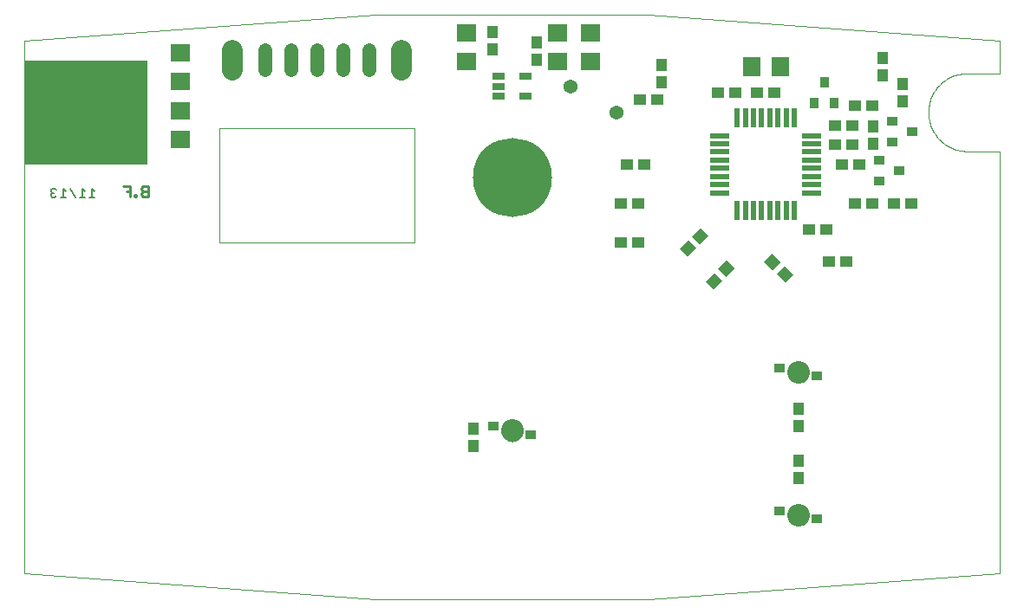
<source format=gbs>
G75*
G70*
%OFA0B0*%
%FSLAX24Y24*%
%IPPOS*%
%LPD*%
%AMOC8*
5,1,8,0,0,1.08239X$1,22.5*
%
%ADD10C,0.0000*%
%ADD11R,0.4750X0.4000*%
%ADD12C,0.0090*%
%ADD13C,0.0070*%
%ADD14C,0.0540*%
%ADD15C,0.0790*%
%ADD16R,0.0434X0.0355*%
%ADD17C,0.0867*%
%ADD18R,0.0434X0.0473*%
%ADD19R,0.0217X0.0749*%
%ADD20R,0.0749X0.0217*%
%ADD21R,0.0473X0.0434*%
%ADD22R,0.0670X0.0749*%
%ADD23R,0.0394X0.0355*%
%ADD24R,0.0355X0.0394*%
%ADD25R,0.0512X0.0257*%
%ADD26R,0.0749X0.0670*%
%ADD27C,0.0540*%
%ADD28C,0.3040*%
D10*
X010400Y020400D02*
X023900Y019400D01*
X034400Y019400D01*
X047900Y020400D01*
X047900Y036650D01*
X046650Y036650D01*
X046574Y036652D01*
X046498Y036658D01*
X046423Y036667D01*
X046348Y036681D01*
X046274Y036698D01*
X046201Y036719D01*
X046129Y036743D01*
X046058Y036772D01*
X045989Y036803D01*
X045922Y036838D01*
X045857Y036877D01*
X045793Y036919D01*
X045732Y036964D01*
X045673Y037012D01*
X045617Y037063D01*
X045563Y037117D01*
X045512Y037173D01*
X045464Y037232D01*
X045419Y037293D01*
X045377Y037357D01*
X045338Y037422D01*
X045303Y037489D01*
X045272Y037558D01*
X045243Y037629D01*
X045219Y037701D01*
X045198Y037774D01*
X045181Y037848D01*
X045167Y037923D01*
X045158Y037998D01*
X045152Y038074D01*
X045150Y038150D01*
X045152Y038226D01*
X045158Y038302D01*
X045167Y038377D01*
X045181Y038452D01*
X045198Y038526D01*
X045219Y038599D01*
X045243Y038671D01*
X045272Y038742D01*
X045303Y038811D01*
X045338Y038878D01*
X045377Y038943D01*
X045419Y039007D01*
X045464Y039068D01*
X045512Y039127D01*
X045563Y039183D01*
X045617Y039237D01*
X045673Y039288D01*
X045732Y039336D01*
X045793Y039381D01*
X045857Y039423D01*
X045922Y039462D01*
X045989Y039497D01*
X046058Y039528D01*
X046129Y039557D01*
X046201Y039581D01*
X046274Y039602D01*
X046348Y039619D01*
X046423Y039633D01*
X046498Y039642D01*
X046574Y039648D01*
X046650Y039650D01*
X047900Y039650D01*
X047900Y040900D01*
X034400Y041900D01*
X023900Y041900D01*
X010400Y040900D01*
X010400Y039650D01*
X011650Y039650D01*
X011726Y039648D01*
X011802Y039642D01*
X011877Y039633D01*
X011952Y039619D01*
X012026Y039602D01*
X012099Y039581D01*
X012171Y039557D01*
X012242Y039528D01*
X012311Y039497D01*
X012378Y039462D01*
X012443Y039423D01*
X012507Y039381D01*
X012568Y039336D01*
X012627Y039288D01*
X012683Y039237D01*
X012737Y039183D01*
X012788Y039127D01*
X012836Y039068D01*
X012881Y039007D01*
X012923Y038943D01*
X012962Y038878D01*
X012997Y038811D01*
X013028Y038742D01*
X013057Y038671D01*
X013081Y038599D01*
X013102Y038526D01*
X013119Y038452D01*
X013133Y038377D01*
X013142Y038302D01*
X013148Y038226D01*
X013150Y038150D01*
X013148Y038074D01*
X013142Y037998D01*
X013133Y037923D01*
X013119Y037848D01*
X013102Y037774D01*
X013081Y037701D01*
X013057Y037629D01*
X013028Y037558D01*
X012997Y037489D01*
X012962Y037422D01*
X012923Y037357D01*
X012881Y037293D01*
X012836Y037232D01*
X012788Y037173D01*
X012737Y037117D01*
X012683Y037063D01*
X012627Y037012D01*
X012568Y036964D01*
X012507Y036919D01*
X012443Y036877D01*
X012378Y036838D01*
X012311Y036803D01*
X012242Y036772D01*
X012171Y036743D01*
X012099Y036719D01*
X012026Y036698D01*
X011952Y036681D01*
X011877Y036667D01*
X011802Y036658D01*
X011726Y036652D01*
X011650Y036650D01*
X010400Y036650D01*
X010400Y020400D01*
X017900Y033150D02*
X025400Y033150D01*
X025400Y037525D01*
X017900Y037525D01*
X017900Y033150D01*
X028737Y025900D02*
X028739Y025940D01*
X028745Y025981D01*
X028755Y026020D01*
X028768Y026058D01*
X028786Y026095D01*
X028807Y026129D01*
X028831Y026162D01*
X028858Y026192D01*
X028888Y026219D01*
X028921Y026243D01*
X028955Y026264D01*
X028992Y026282D01*
X029030Y026295D01*
X029069Y026305D01*
X029110Y026311D01*
X029150Y026313D01*
X029190Y026311D01*
X029231Y026305D01*
X029270Y026295D01*
X029308Y026282D01*
X029345Y026264D01*
X029379Y026243D01*
X029412Y026219D01*
X029442Y026192D01*
X029469Y026162D01*
X029493Y026129D01*
X029514Y026095D01*
X029532Y026058D01*
X029545Y026020D01*
X029555Y025981D01*
X029561Y025940D01*
X029563Y025900D01*
X029561Y025860D01*
X029555Y025819D01*
X029545Y025780D01*
X029532Y025742D01*
X029514Y025705D01*
X029493Y025671D01*
X029469Y025638D01*
X029442Y025608D01*
X029412Y025581D01*
X029379Y025557D01*
X029345Y025536D01*
X029308Y025518D01*
X029270Y025505D01*
X029231Y025495D01*
X029190Y025489D01*
X029150Y025487D01*
X029110Y025489D01*
X029069Y025495D01*
X029030Y025505D01*
X028992Y025518D01*
X028955Y025536D01*
X028921Y025557D01*
X028888Y025581D01*
X028858Y025608D01*
X028831Y025638D01*
X028807Y025671D01*
X028786Y025705D01*
X028768Y025742D01*
X028755Y025780D01*
X028745Y025819D01*
X028739Y025860D01*
X028737Y025900D01*
X039737Y028150D02*
X039739Y028190D01*
X039745Y028231D01*
X039755Y028270D01*
X039768Y028308D01*
X039786Y028345D01*
X039807Y028379D01*
X039831Y028412D01*
X039858Y028442D01*
X039888Y028469D01*
X039921Y028493D01*
X039955Y028514D01*
X039992Y028532D01*
X040030Y028545D01*
X040069Y028555D01*
X040110Y028561D01*
X040150Y028563D01*
X040190Y028561D01*
X040231Y028555D01*
X040270Y028545D01*
X040308Y028532D01*
X040345Y028514D01*
X040379Y028493D01*
X040412Y028469D01*
X040442Y028442D01*
X040469Y028412D01*
X040493Y028379D01*
X040514Y028345D01*
X040532Y028308D01*
X040545Y028270D01*
X040555Y028231D01*
X040561Y028190D01*
X040563Y028150D01*
X040561Y028110D01*
X040555Y028069D01*
X040545Y028030D01*
X040532Y027992D01*
X040514Y027955D01*
X040493Y027921D01*
X040469Y027888D01*
X040442Y027858D01*
X040412Y027831D01*
X040379Y027807D01*
X040345Y027786D01*
X040308Y027768D01*
X040270Y027755D01*
X040231Y027745D01*
X040190Y027739D01*
X040150Y027737D01*
X040110Y027739D01*
X040069Y027745D01*
X040030Y027755D01*
X039992Y027768D01*
X039955Y027786D01*
X039921Y027807D01*
X039888Y027831D01*
X039858Y027858D01*
X039831Y027888D01*
X039807Y027921D01*
X039786Y027955D01*
X039768Y027992D01*
X039755Y028030D01*
X039745Y028069D01*
X039739Y028110D01*
X039737Y028150D01*
X039737Y022650D02*
X039739Y022690D01*
X039745Y022731D01*
X039755Y022770D01*
X039768Y022808D01*
X039786Y022845D01*
X039807Y022879D01*
X039831Y022912D01*
X039858Y022942D01*
X039888Y022969D01*
X039921Y022993D01*
X039955Y023014D01*
X039992Y023032D01*
X040030Y023045D01*
X040069Y023055D01*
X040110Y023061D01*
X040150Y023063D01*
X040190Y023061D01*
X040231Y023055D01*
X040270Y023045D01*
X040308Y023032D01*
X040345Y023014D01*
X040379Y022993D01*
X040412Y022969D01*
X040442Y022942D01*
X040469Y022912D01*
X040493Y022879D01*
X040514Y022845D01*
X040532Y022808D01*
X040545Y022770D01*
X040555Y022731D01*
X040561Y022690D01*
X040563Y022650D01*
X040561Y022610D01*
X040555Y022569D01*
X040545Y022530D01*
X040532Y022492D01*
X040514Y022455D01*
X040493Y022421D01*
X040469Y022388D01*
X040442Y022358D01*
X040412Y022331D01*
X040379Y022307D01*
X040345Y022286D01*
X040308Y022268D01*
X040270Y022255D01*
X040231Y022245D01*
X040190Y022239D01*
X040150Y022237D01*
X040110Y022239D01*
X040069Y022245D01*
X040030Y022255D01*
X039992Y022268D01*
X039955Y022286D01*
X039921Y022307D01*
X039888Y022331D01*
X039858Y022358D01*
X039831Y022388D01*
X039807Y022421D01*
X039786Y022455D01*
X039768Y022492D01*
X039755Y022530D01*
X039745Y022569D01*
X039739Y022610D01*
X039737Y022650D01*
D11*
X012775Y038150D03*
D12*
X014191Y035305D02*
X014464Y035305D01*
X014464Y034895D01*
X014626Y034895D02*
X014695Y034895D01*
X014695Y034963D01*
X014626Y034963D01*
X014626Y034895D01*
X014464Y035100D02*
X014328Y035100D01*
X014881Y035032D02*
X014881Y034963D01*
X014950Y034895D01*
X015155Y034895D01*
X015155Y035305D01*
X014950Y035305D01*
X014881Y035237D01*
X014881Y035169D01*
X014950Y035100D01*
X015155Y035100D01*
X014950Y035100D02*
X014881Y035032D01*
D13*
X013107Y035105D02*
X012996Y035215D01*
X012996Y034885D01*
X012886Y034885D02*
X013107Y034885D01*
X012738Y034885D02*
X012518Y034885D01*
X012628Y034885D02*
X012628Y035215D01*
X012738Y035105D01*
X012370Y034885D02*
X012150Y035215D01*
X012002Y035105D02*
X011892Y035215D01*
X011892Y034885D01*
X012002Y034885D02*
X011781Y034885D01*
X011633Y034940D02*
X011578Y034885D01*
X011468Y034885D01*
X011413Y034940D01*
X011413Y034995D01*
X011468Y035050D01*
X011523Y035050D01*
X011468Y035050D02*
X011413Y035105D01*
X011413Y035160D01*
X011468Y035215D01*
X011578Y035215D01*
X011633Y035160D01*
D14*
X019650Y039775D02*
X019650Y040525D01*
X020650Y040525D02*
X020650Y039775D01*
X021650Y039775D02*
X021650Y040525D01*
X022650Y040525D02*
X022650Y039775D01*
X023650Y039775D02*
X023650Y040525D01*
D15*
X024900Y040525D02*
X024900Y039775D01*
X018400Y039775D02*
X018400Y040525D01*
D16*
X028441Y026057D03*
X029859Y025743D03*
X039441Y028307D03*
X040859Y027993D03*
X039441Y022807D03*
X040859Y022493D03*
D17*
X040150Y022650D03*
X040150Y028150D03*
X029150Y025900D03*
D18*
X027650Y025985D03*
X027650Y025315D03*
X040150Y024735D03*
X040150Y024065D03*
X040150Y026065D03*
X040150Y026735D03*
X043025Y036940D03*
X043025Y037610D03*
X044150Y038565D03*
X044150Y039235D03*
X043400Y039565D03*
X043400Y040235D03*
X034900Y039985D03*
X034900Y039315D03*
X030100Y040165D03*
X030100Y040835D03*
X028400Y040565D03*
X028400Y041235D03*
D19*
X037798Y037922D03*
X038113Y037922D03*
X038428Y037922D03*
X038743Y037922D03*
X039057Y037922D03*
X039372Y037922D03*
X039687Y037922D03*
X040002Y037922D03*
X040002Y034378D03*
X039687Y034378D03*
X039372Y034378D03*
X039057Y034378D03*
X038743Y034378D03*
X038428Y034378D03*
X038113Y034378D03*
X037798Y034378D03*
D20*
X037128Y035048D03*
X037128Y035363D03*
X037128Y035678D03*
X037128Y035993D03*
X037128Y036307D03*
X037128Y036622D03*
X037128Y036937D03*
X037128Y037252D03*
X040672Y037252D03*
X040672Y036937D03*
X040672Y036622D03*
X040672Y036307D03*
X040672Y035993D03*
X040672Y035678D03*
X040672Y035363D03*
X040672Y035048D03*
D21*
X041815Y036150D03*
X042485Y036150D03*
X042235Y036900D03*
X041565Y036900D03*
X041565Y037650D03*
X042235Y037650D03*
X042315Y038400D03*
X042985Y038400D03*
X039235Y038900D03*
X038565Y038900D03*
X037735Y038900D03*
X037065Y038900D03*
X034735Y038650D03*
X034065Y038650D03*
X034235Y036150D03*
X033565Y036150D03*
X033315Y034650D03*
X033985Y034650D03*
X033985Y033150D03*
X033315Y033150D03*
G36*
X035593Y032900D02*
X035926Y033233D01*
X036233Y032926D01*
X035900Y032593D01*
X035593Y032900D01*
G37*
G36*
X036067Y033374D02*
X036400Y033707D01*
X036707Y033400D01*
X036374Y033067D01*
X036067Y033374D01*
G37*
G36*
X037067Y032124D02*
X037400Y032457D01*
X037707Y032150D01*
X037374Y031817D01*
X037067Y032124D01*
G37*
G36*
X036593Y031650D02*
X036926Y031983D01*
X037233Y031676D01*
X036900Y031343D01*
X036593Y031650D01*
G37*
G36*
X039176Y032067D02*
X038843Y032400D01*
X039150Y032707D01*
X039483Y032374D01*
X039176Y032067D01*
G37*
G36*
X039650Y031593D02*
X039317Y031926D01*
X039624Y032233D01*
X039957Y031900D01*
X039650Y031593D01*
G37*
X041315Y032400D03*
X041985Y032400D03*
X041235Y033650D03*
X040565Y033650D03*
X042315Y034650D03*
X042985Y034650D03*
X043815Y034650D03*
X044485Y034650D03*
D22*
X039451Y039900D03*
X038349Y039900D03*
D23*
X043256Y036294D03*
X043756Y037006D03*
X044544Y037400D03*
X043756Y037794D03*
X044044Y035900D03*
X043256Y035506D03*
D24*
X041544Y038506D03*
X040756Y038506D03*
X041150Y039294D03*
D25*
X029662Y039524D03*
X029662Y038776D03*
X028638Y038776D03*
X028638Y039150D03*
X028638Y039524D03*
D26*
X027400Y040099D03*
X027400Y041201D03*
X030900Y041201D03*
X030900Y040099D03*
X032150Y040099D03*
X032150Y041201D03*
X016400Y040451D03*
X016400Y039349D03*
X016400Y038201D03*
X016400Y037099D03*
D27*
X031400Y039150D03*
X033150Y038150D03*
D28*
X029150Y035650D03*
M02*

</source>
